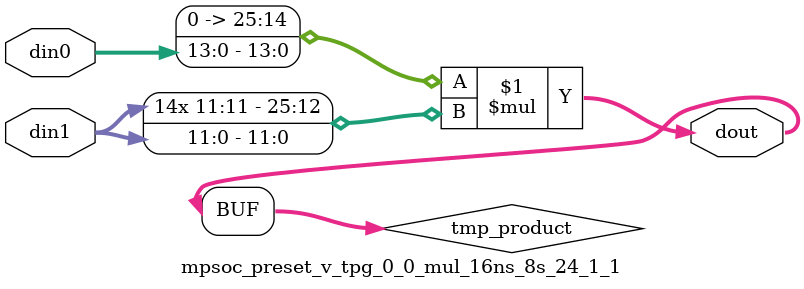
<source format=v>

`timescale 1 ns / 1 ps

  module mpsoc_preset_v_tpg_0_0_mul_16ns_8s_24_1_1(din0, din1, dout);
parameter ID = 1;
parameter NUM_STAGE = 0;
parameter din0_WIDTH = 14;
parameter din1_WIDTH = 12;
parameter dout_WIDTH = 26;

input [din0_WIDTH - 1 : 0] din0; 
input [din1_WIDTH - 1 : 0] din1; 
output [dout_WIDTH - 1 : 0] dout;

wire signed [dout_WIDTH - 1 : 0] tmp_product;











assign tmp_product = $signed({1'b0, din0}) * $signed(din1);










assign dout = tmp_product;







endmodule

</source>
